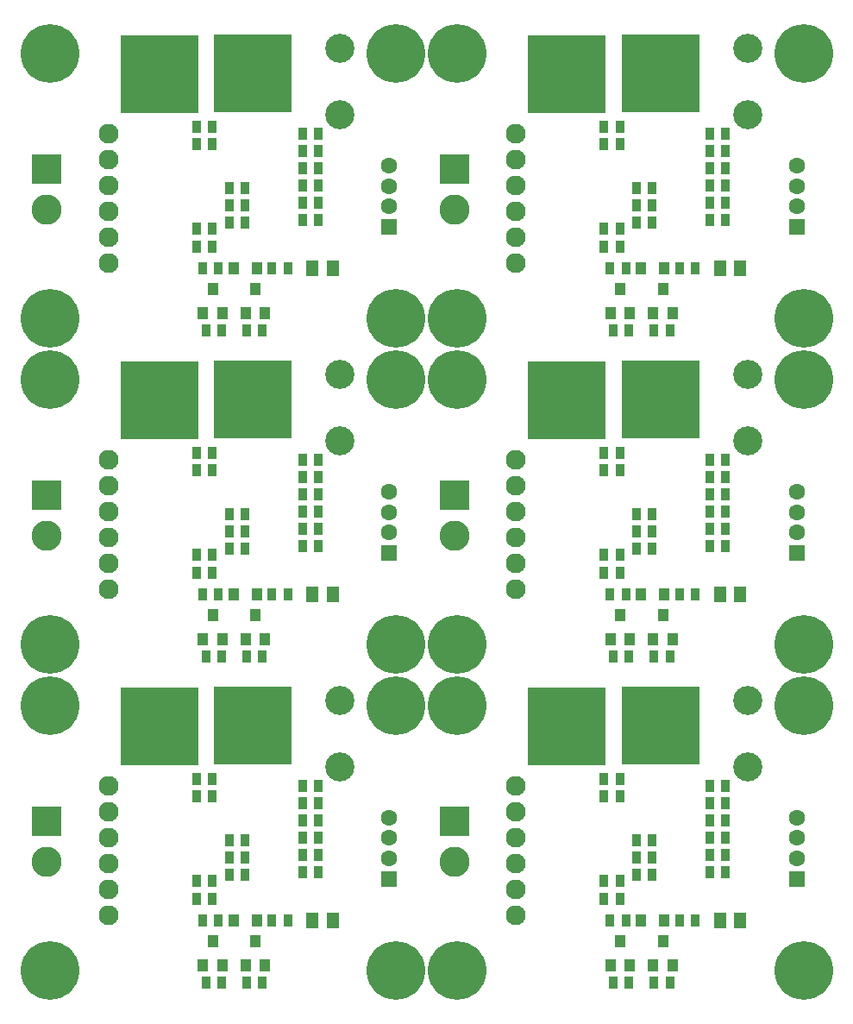
<source format=gbs>
G04 EasyPC Gerber Version 21.0.3 Build 4286 *
G04 #@! TF.Part,Single*
G04 #@! TF.FileFunction,Soldermask,Bot *
G04 #@! TF.FilePolarity,Negative *
%FSLAX45Y45*%
%MOIN*%
G04 #@! TA.AperFunction,SMDPad*
%ADD23R,0.03559X0.04937*%
%ADD100R,0.04150X0.04543*%
%ADD101R,0.04150X0.04937*%
%ADD99R,0.04543X0.06118*%
%ADD102R,0.30134X0.30134*%
G04 #@! TA.AperFunction,ComponentPad*
%ADD140R,0.06315X0.06315*%
%ADD93R,0.11630X0.11630*%
%ADD141C,0.06315*%
%ADD24C,0.07693*%
%ADD92C,0.11236*%
%ADD94C,0.11630*%
G04 #@! TA.AperFunction,WasherPad*
%ADD86C,0.22654*%
X0Y0D02*
D02*
D23*
X80306Y68439D03*
Y75526D03*
Y108203D03*
Y114896D03*
Y194423D03*
Y201510D03*
Y234187D03*
Y240880D03*
Y320407D03*
Y327494D03*
Y360171D03*
Y366864D03*
X82668Y60171D03*
Y186156D03*
Y312140D03*
X83849Y36156D03*
Y162140D03*
Y288124D03*
X86408Y68439D03*
Y75526D03*
Y108203D03*
Y114896D03*
Y194423D03*
Y201510D03*
Y234187D03*
Y240880D03*
Y320407D03*
Y327494D03*
Y360171D03*
Y366864D03*
X88770Y60171D03*
Y186156D03*
Y312140D03*
X89952Y36156D03*
Y162140D03*
Y288124D03*
X92904Y77888D03*
Y84581D03*
Y91274D03*
Y203872D03*
Y210565D03*
Y217258D03*
Y329856D03*
Y336549D03*
Y343242D03*
X99007Y77888D03*
Y84581D03*
Y91274D03*
Y203872D03*
Y210565D03*
Y217258D03*
Y329856D03*
Y336549D03*
Y343242D03*
X99597Y36156D03*
Y162140D03*
Y288124D03*
X105700Y36156D03*
Y162140D03*
Y288124D03*
X109440Y60171D03*
Y186156D03*
Y312140D03*
X115542Y60171D03*
Y186156D03*
Y312140D03*
X121251Y78675D03*
Y85368D03*
Y92061D03*
Y98754D03*
Y105447D03*
Y112140D03*
Y204659D03*
Y211352D03*
Y218045D03*
Y224738D03*
Y231431D03*
Y238124D03*
Y330644D03*
Y337337D03*
Y344030D03*
Y350722D03*
Y357415D03*
Y364108D03*
X127353Y78675D03*
Y85368D03*
Y92061D03*
Y98754D03*
Y105447D03*
Y112140D03*
Y204659D03*
Y211352D03*
Y218045D03*
Y224738D03*
Y231431D03*
Y238124D03*
Y330644D03*
Y337337D03*
Y344030D03*
Y350722D03*
Y357415D03*
Y364108D03*
X237786Y68439D03*
Y75526D03*
Y108203D03*
Y114896D03*
Y194423D03*
Y201510D03*
Y234187D03*
Y240880D03*
Y320407D03*
Y327494D03*
Y360171D03*
Y366864D03*
X240148Y60171D03*
Y186156D03*
Y312140D03*
X241330Y36156D03*
Y162140D03*
Y288124D03*
X243889Y68439D03*
Y75526D03*
Y108203D03*
Y114896D03*
Y194423D03*
Y201510D03*
Y234187D03*
Y240880D03*
Y320407D03*
Y327494D03*
Y360171D03*
Y366864D03*
X246251Y60171D03*
Y186156D03*
Y312140D03*
X247432Y36156D03*
Y162140D03*
Y288124D03*
X250385Y77888D03*
Y84581D03*
Y91274D03*
Y203872D03*
Y210565D03*
Y217258D03*
Y329856D03*
Y336549D03*
Y343242D03*
X256487Y77888D03*
Y84581D03*
Y91274D03*
Y203872D03*
Y210565D03*
Y217258D03*
Y329856D03*
Y336549D03*
Y343242D03*
X257078Y36156D03*
Y162140D03*
Y288124D03*
X263180Y36156D03*
Y162140D03*
Y288124D03*
X266920Y60171D03*
Y186156D03*
Y312140D03*
X273022Y60171D03*
Y186156D03*
Y312140D03*
X278731Y78675D03*
Y85368D03*
Y92061D03*
Y98754D03*
Y105447D03*
Y112140D03*
Y204659D03*
Y211352D03*
Y218045D03*
Y224738D03*
Y231431D03*
Y238124D03*
Y330644D03*
Y337337D03*
Y344030D03*
Y350722D03*
Y357415D03*
Y364108D03*
X284833Y78675D03*
Y85368D03*
Y92061D03*
Y98754D03*
Y105447D03*
Y112140D03*
Y204659D03*
Y211352D03*
Y218045D03*
Y224738D03*
Y231431D03*
Y238124D03*
Y330644D03*
Y337337D03*
Y344030D03*
Y350722D03*
Y357415D03*
Y364108D03*
D02*
D24*
X46310Y62140D03*
Y72140D03*
Y82140D03*
Y92140D03*
Y102140D03*
Y112140D03*
Y188124D03*
Y198124D03*
Y208124D03*
Y218124D03*
Y228124D03*
Y238124D03*
Y314108D03*
Y324108D03*
Y334108D03*
Y344108D03*
Y354108D03*
Y364108D03*
X203790Y62140D03*
Y72140D03*
Y82140D03*
Y92140D03*
Y102140D03*
Y112140D03*
Y188124D03*
Y198124D03*
Y208124D03*
Y218124D03*
Y228124D03*
Y238124D03*
Y314108D03*
Y324108D03*
Y334108D03*
Y344108D03*
Y354108D03*
Y364108D03*
D02*
D86*
X23515Y40880D03*
Y143242D03*
Y166864D03*
Y269226D03*
Y292848D03*
Y395211D03*
X157373Y40880D03*
Y143242D03*
Y166864D03*
Y269226D03*
Y292848D03*
Y395211D03*
X180995Y40880D03*
Y143242D03*
Y166864D03*
Y269226D03*
Y292848D03*
Y395211D03*
X314853Y40880D03*
Y143242D03*
Y166864D03*
Y269226D03*
Y292848D03*
Y395211D03*
D02*
D92*
X135719Y119620D03*
Y145211D03*
Y245604D03*
Y271195D03*
Y371589D03*
Y397179D03*
X293200Y119620D03*
Y145211D03*
Y245604D03*
Y271195D03*
Y371589D03*
Y397179D03*
D02*
D93*
X22432Y98360D03*
Y224344D03*
Y350329D03*
X179912Y98360D03*
Y224344D03*
Y350329D03*
D02*
D94*
X22432Y82770D03*
Y208754D03*
Y334738D03*
X179912Y82770D03*
Y208754D03*
Y334738D03*
D02*
D99*
X125089Y60171D03*
Y186156D03*
Y312140D03*
X132963Y60171D03*
Y186156D03*
Y312140D03*
X282570Y60171D03*
Y186156D03*
Y312140D03*
X290444Y60171D03*
Y186156D03*
Y312140D03*
D02*
D100*
X94578Y60171D03*
Y186156D03*
Y312140D03*
X103633Y60171D03*
Y186156D03*
Y312140D03*
X252058Y60171D03*
Y186156D03*
Y312140D03*
X261113Y60171D03*
Y186156D03*
Y312140D03*
D02*
D101*
X82767Y42805D03*
Y168789D03*
Y294774D03*
X86507Y52254D03*
Y178238D03*
Y304222D03*
X90247Y42805D03*
Y168789D03*
Y294774D03*
X99302Y42805D03*
Y168789D03*
Y294774D03*
X103042Y52254D03*
Y178238D03*
Y304222D03*
X106782Y42805D03*
Y168789D03*
Y294774D03*
X240247Y42805D03*
Y168789D03*
Y294774D03*
X243987Y52254D03*
Y178238D03*
Y304222D03*
X247727Y42805D03*
Y168789D03*
Y294774D03*
X256782Y42805D03*
Y168789D03*
Y294774D03*
X260522Y52254D03*
Y178238D03*
Y304222D03*
X264263Y42805D03*
Y168789D03*
Y294774D03*
D02*
D102*
X66021Y135259D03*
Y261243D03*
Y387227D03*
X102073Y135585D03*
Y261569D03*
Y387553D03*
X223501Y135259D03*
Y261243D03*
Y387227D03*
X259553Y135585D03*
Y261569D03*
Y387553D03*
D02*
D140*
X154814Y76215D03*
Y202199D03*
Y328183D03*
X312294Y76215D03*
Y202199D03*
Y328183D03*
D02*
D141*
X154814Y84089D03*
Y91963D03*
Y99837D03*
Y210073D03*
Y217947D03*
Y225821D03*
Y336057D03*
Y343931D03*
Y351805D03*
X312294Y84089D03*
Y91963D03*
Y99837D03*
Y210073D03*
Y217947D03*
Y225821D03*
Y336057D03*
Y343931D03*
Y351805D03*
X0Y0D02*
M02*

</source>
